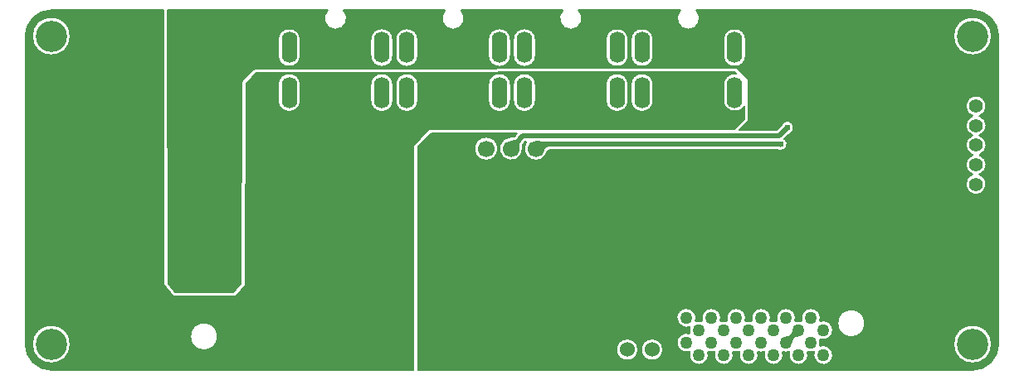
<source format=gbl>
G04 Layer: BottomLayer*
G04 EasyEDA Pro v2.2.23.6, 2024-08-03 20:46:29*
G04 Gerber Generator version 0.3*
G04 Scale: 100 percent, Rotated: No, Reflected: No*
G04 Dimensions in millimeters*
G04 Leading zeros omitted, absolute positions, 3 integers and 5 decimals*
%FSLAX35Y35*%
%MOMM*%
%ADD8191C,0.2032*%
%ADD10O,1.6X3.19999*%
%ADD11O,2.99999X1.6*%
%ADD12C,2.49999*%
%ADD13C,3.2004*%
%ADD14C,1.27*%
%ADD15C,1.5247*%
%ADD16C,1.524*%
%ADD17C,5.79999*%
%ADD18R,1.7X1.7*%
%ADD19C,1.7*%
%ADD20C,1.4*%
%ADD21R,1.4X1.524*%
%ADD22C,0.61*%
%ADD23C,0.7*%
%ADD24C,0.5*%
%ADD25C,0.50002*%
G75*


G04 Copper Start*
G36*
G01X7156677Y2792495D02*
G03X7370825Y2731313I115814J0D01*
G01X7370825Y2604203D01*
G01X7266777Y2500155D01*
G01X4161981Y2500155D01*
G03X4154797Y2497179I0J-10160D01*
G01X3998808Y2341190D01*
G03X3995832Y2334006I7184J-7184D01*
G01X3995832Y35814D01*
G01X300000Y35814D01*
G02X35814Y300000I0J264186D01*
G01X35814Y3450000D01*
G02X300000Y3714186I264186J0D01*
G01X1441212Y3714186D01*
G01X1447643Y903088D01*
G03X1450187Y896387I10160J23D01*
G01X1542338Y792035D01*
G03X1549952Y788600I7616J6725D01*
G01X2170986Y788524D01*
G03X2178172Y791500I1J10160D01*
G01X2278146Y891475D01*
G03X2281122Y898625I-7184J7184D01*
G01X2287992Y2967622D01*
G01X2392815Y3072445D01*
G01X7276828Y3079783D01*
G01X7289568Y3067042D01*
G03X7156677Y2952494I-17077J-114548D01*
G01X7156677Y2792495D01*
G37*
%LPC*%
G36*
G01X104166Y3450000D02*
G03X495834Y3450000I195834J0D01*
G03X104166Y3450000I-195834J0D01*
G37*
G36*
G01X104166Y300000D02*
G03X495834Y300000I195834J0D01*
G03X104166Y300000I-195834J0D01*
G37*
G36*
G01X1998815Y378500D02*
G03X1717185Y378500I-140815J0D01*
G03X1998815Y378500I140815J0D01*
G37*
G36*
G01X2843323Y2792495D02*
G01X2843323Y2952494D01*
G03X2611695Y2952494I-115814J0D01*
G01X2611695Y2792495D01*
G03X2843323Y2792495I115814J0D01*
G37*
G36*
G01X3788305Y2792495D02*
G01X3788305Y2952494D01*
G03X3556677Y2952494I-115814J0D01*
G01X3556677Y2792495D01*
G03X3788305Y2792495I115814J0D01*
G37*
G36*
G01X4043323Y2792495D02*
G01X4043323Y2952494D01*
G03X3811695Y2952494I-115814J0D01*
G01X3811695Y2792495D01*
G03X4043323Y2792495I115814J0D01*
G37*
G36*
G01X4988305Y2792495D02*
G01X4988305Y2952494D01*
G03X4756677Y2952494I-115814J0D01*
G01X4756677Y2792495D01*
G03X4988305Y2792495I115814J0D01*
G37*
G36*
G01X5243323Y2792495D02*
G01X5243323Y2952494D01*
G03X5011695Y2952494I-115814J0D01*
G01X5011695Y2792495D01*
G03X5243323Y2792495I115814J0D01*
G37*
G36*
G01X6188305Y2792495D02*
G01X6188305Y2952494D01*
G03X5956677Y2952494I-115814J0D01*
G01X5956677Y2792495D01*
G03X6188305Y2792495I115814J0D01*
G37*
G36*
G01X6443323Y2792495D02*
G01X6443323Y2952494D01*
G03X6211695Y2952494I-115814J0D01*
G01X6211695Y2792495D01*
G03X6443323Y2792495I115814J0D01*
G37*
%LPD*%
G36*
G01X9700000Y35814D02*
G01X4041806Y35814D01*
G01X4041806Y2319171D01*
G01X4176816Y2454181D01*
G01X5053172Y2454181D01*
G01X5024205Y2425214D01*
G01X5021997Y2423175D01*
G01X5020742Y2422203D01*
G01X5019871Y2421652D01*
G01X5019234Y2421332D01*
G01X5018381Y2421027D01*
G01X5014434Y2420394D01*
G01X5008811Y2420090D01*
G01X5000745Y2419995D01*
G01X5000293Y2419987D01*
G01X4990737Y2419754D01*
G01X4988762Y2419651D01*
G01X4985301Y2419375D01*
G03X4910406Y2208787I5799J-120675D01*
G03X5111697Y2305938I80694J89913D01*
G01X5111188Y2320349D01*
G01X5110983Y2328362D01*
G01X5111199Y2334138D01*
G01X5111876Y2338665D01*
G01X5112042Y2339284D01*
G01X5112381Y2340210D01*
G01X5112765Y2341013D01*
G01X5113281Y2341861D01*
G01X5114061Y2342898D01*
G01X5115796Y2344798D01*
G01X5140180Y2369181D01*
G01X5146976Y2369181D01*
G03X5195135Y2188703I98124J-70481D01*
G03X5362736Y2271174I49965J109997D01*
G01X5363177Y2272705D01*
G01X5363375Y2273174D01*
G01X5363725Y2273798D01*
G01X5364293Y2274599D01*
G01X5365128Y2275557D01*
G01X5366254Y2276632D01*
G01X5367677Y2277774D01*
G01X5368842Y2278566D01*
G01X5373543Y2281041D01*
G01X5378221Y2282725D01*
G01X5383037Y2283757D01*
G01X5388854Y2284181D01*
G01X7707755Y2284181D01*
G01X7712729Y2284006D01*
G01X7716715Y2283616D01*
G01X7722376Y2282654D01*
G03X7804267Y2315278I22608J62341D01*
G03X7781406Y2400412I-59283J29717D01*
G01X7826661Y2445668D01*
G01X7830302Y2449062D01*
G01X7833396Y2451604D01*
G01X7838080Y2454927D01*
G03X7856876Y2561886I-28095J60068D01*
G03X7749916Y2543090I-46891J-46891D01*
G01X7746593Y2538407D01*
G01X7744051Y2535313D01*
G01X7740657Y2531672D01*
G01X7699795Y2490809D01*
G01X7322448Y2490809D01*
G01X7406310Y2574671D01*
G03X7416799Y2599995I-25324J25324D01*
G01X7416799Y2989994D01*
G03X7406310Y3015318I-35814J0D01*
G01X7306354Y3115273D01*
G03X7280976Y3125763I-25324J-25324D01*
G01X2388547Y3118413D01*
G03X2363276Y3107923I54J-35814D01*
G01X2252521Y2997168D01*
G03X2242032Y2971963I25324J-25324D01*
G01X2235197Y913543D01*
G01X2156155Y834500D01*
G01X1566108Y834572D01*
G01X1493586Y916697D01*
G01X1487186Y3714186D01*
G01X3117913Y3714186D01*
G03X3200000Y3516674I82087J-81698D01*
G03X3282087Y3714186I0J115814D01*
G01X4317913Y3714186D01*
G03X4400000Y3516674I82087J-81698D01*
G03X4482087Y3714186I0J115814D01*
G01X5517913Y3714186D01*
G03X5600000Y3516674I82087J-81698D01*
G03X5682087Y3714186I0J115814D01*
G01X6717913Y3714186D01*
G03X6800000Y3516674I82087J-81698D01*
G03X6882087Y3714186I0J115814D01*
G01X9700000Y3714186D01*
G02X9964186Y3450000I0J-264186D01*
G01X9964186Y300000D01*
G02X9700000Y35814I-264186J0D01*
G37*
%LPC*%
G36*
G01X2843323Y3252514D02*
G01X2843323Y3412514D01*
G03X2611695Y3412514I-115814J0D01*
G01X2611695Y3252514D01*
G03X2843323Y3252514I115814J0D01*
G37*
G36*
G01X3788305Y3252514D02*
G01X3788305Y3412514D01*
G03X3556677Y3412514I-115814J0D01*
G01X3556677Y3252514D01*
G03X3788305Y3252514I115814J0D01*
G37*
G36*
G01X4043323Y3252514D02*
G01X4043323Y3412514D01*
G03X3811695Y3412514I-115814J0D01*
G01X3811695Y3252514D01*
G03X4043323Y3252514I115814J0D01*
G37*
G36*
G01X4616286Y2298700D02*
G03X4857914Y2298700I120814J0D01*
G03X4616286Y2298700I-120814J0D01*
G37*
G36*
G01X4988305Y3252514D02*
G01X4988305Y3412514D01*
G03X4756677Y3412514I-115814J0D01*
G01X4756677Y3252514D01*
G03X4988305Y3252514I115814J0D01*
G37*
G36*
G01X5243323Y3252514D02*
G01X5243323Y3412514D01*
G03X5011695Y3412514I-115814J0D01*
G01X5011695Y3252514D01*
G03X5243323Y3252514I115814J0D01*
G37*
G36*
G01X6188305Y3252514D02*
G01X6188305Y3412514D01*
G03X5956677Y3412514I-115814J0D01*
G01X5956677Y3252514D01*
G03X6188305Y3252514I115814J0D01*
G37*
G36*
G01X6063986Y243499D02*
G03X6288014Y243499I112014J0D01*
G03X6063986Y243499I-112014J0D01*
G37*
G36*
G01X6443323Y3252514D02*
G01X6443323Y3412514D01*
G03X6211695Y3412514I-115814J0D01*
G01X6211695Y3252514D01*
G03X6443323Y3252514I115814J0D01*
G37*
G36*
G01X6317986Y243499D02*
G03X6542014Y243499I112014J0D01*
G03X6317986Y243499I-112014J0D01*
G37*
G36*
G01X7288012Y668314D02*
G03X7194522Y535490I0J-99314D01*
G03X7127502Y535490I-33510J-93490D01*
G03X7034012Y668314I-93490J33510D01*
G03X6940522Y535490I0J-99314D01*
G03X6873502Y535490I-33510J-93490D01*
G03X6709786Y639225I-93490J33510D01*
G03X6813522Y475510I70226J-70226D01*
G03X6813522Y408490I93490J-33510D01*
G03X6680698Y315000I-33510J-93490D01*
G03X6813522Y221510I99314J0D01*
G03X6907012Y88686I93490J-33510D01*
G03X7000502Y221510I0J99314D01*
G03X7067522Y221510I33510J93490D01*
G03X7161012Y88686I93490J-33510D01*
G03X7254502Y221510I0J99314D01*
G03X7321522Y221510I33510J93490D01*
G03X7415012Y88686I93490J-33510D01*
G03X7508502Y221510I0J99314D01*
G03X7541997Y215686I33510J93490D01*
G03X7575493Y221500I15J99314D01*
G03X7668992Y88686I93493J-33500D01*
G03X7762476Y221510I-6J99314D01*
G03X7795987Y215686I33510J93490D01*
G03X7829497Y221510I0J99314D01*
G03X7922987Y88686I93490J-33510D01*
G03X8016476Y221510I0J99314D01*
G03X8083497Y221510I33510J93490D01*
G03X8247212Y117774I93490J-33510D01*
G03X8143476Y281490I-70226J70226D01*
G03X8143476Y348510I-93490J33510D01*
G03X8276301Y442000I33510J93490D01*
G03X8143476Y535490I-99314J0D01*
G03X8049987Y668314I-93490J33510D01*
G03X7956497Y535490I0J-99314D01*
G03X7889476Y535490I-33510J-93490D01*
G03X7795987Y668314I-93490J33510D01*
G03X7702497Y535490I0J-99314D01*
G03X7635506Y535500I-33510J-93490D01*
G03X7542007Y668314I-93493J33500D01*
G03X7448522Y535490I6J-99314D01*
G03X7381502Y535490I-33510J-93490D01*
G03X7288012Y668314I-93490J33510D01*
G37*
G36*
G01X7388305Y3252514D02*
G01X7388305Y3412514D01*
G03X7156677Y3412514I-115814J0D01*
G01X7156677Y3252514D01*
G03X7388305Y3252514I115814J0D01*
G37*
G36*
G01X8602815Y513501D02*
G03X8321185Y513501I-140815J0D01*
G03X8602815Y513501I140815J0D01*
G37*
G36*
G01X9504166Y300000D02*
G03X9895834Y300000I195834J0D01*
G03X9504166Y300000I-195834J0D01*
G37*
G36*
G01X9504166Y3450000D02*
G03X9895834Y3450000I195834J0D01*
G03X9504166Y3450000I-195834J0D01*
G37*
G36*
G01X9700390Y2434995D02*
G03X9700390Y2234996I34592J-100000D01*
G03X9700390Y2034996I34592J-100000D01*
G03X9734982Y1829182I34592J-100000D01*
G03X9769574Y2034996I0J105814D01*
G03X9769574Y2234996I-34592J100000D01*
G03X9769574Y2434995I-34592J100000D01*
G03X9769574Y2634995I-34592J100000D01*
G03X9734982Y2840808I-34592J100000D01*
G03X9700390Y2634995I0J-105814D01*
G03X9700390Y2434995I34592J-100000D01*
G37*
%LPD*%
G54D8191*
G01X7156677Y2792495D02*
G03X7370825Y2731313I115814J0D01*
G01X7370825Y2604203D01*
G01X7266777Y2500155D01*
G01X4161981Y2500155D01*
G03X4154797Y2497179I0J-10160D01*
G01X3998808Y2341190D01*
G03X3995832Y2334006I7184J-7184D01*
G01X3995832Y35814D01*
G01X300000Y35814D01*
G02X35814Y300000I0J264186D01*
G01X35814Y3450000D01*
G02X300000Y3714186I264186J0D01*
G01X1441212Y3714186D01*
G01X1447643Y903088D01*
G03X1450187Y896387I10160J23D01*
G01X1542338Y792035D01*
G03X1549952Y788600I7616J6725D01*
G01X2170986Y788524D01*
G03X2178172Y791500I1J10160D01*
G01X2278146Y891475D01*
G03X2281122Y898625I-7184J7184D01*
G01X2287992Y2967622D01*
G01X2392815Y3072445D01*
G01X7276828Y3079783D01*
G01X7289568Y3067042D01*
G03X7156677Y2952494I-17077J-114548D01*
G01X7156677Y2792495D01*
G01X104166Y3450000D02*
G03X495834Y3450000I195834J0D01*
G03X104166Y3450000I-195834J0D01*
G01X104166Y300000D02*
G03X495834Y300000I195834J0D01*
G03X104166Y300000I-195834J0D01*
G01X1998815Y378500D02*
G03X1717185Y378500I-140815J0D01*
G03X1998815Y378500I140815J0D01*
G01X2843323Y2792495D02*
G01X2843323Y2952494D01*
G03X2611695Y2952494I-115814J0D01*
G01X2611695Y2792495D01*
G03X2843323Y2792495I115814J0D01*
G01X3788305Y2792495D02*
G01X3788305Y2952494D01*
G03X3556677Y2952494I-115814J0D01*
G01X3556677Y2792495D01*
G03X3788305Y2792495I115814J0D01*
G01X4043323Y2792495D02*
G01X4043323Y2952494D01*
G03X3811695Y2952494I-115814J0D01*
G01X3811695Y2792495D01*
G03X4043323Y2792495I115814J0D01*
G01X4988305Y2792495D02*
G01X4988305Y2952494D01*
G03X4756677Y2952494I-115814J0D01*
G01X4756677Y2792495D01*
G03X4988305Y2792495I115814J0D01*
G01X5243323Y2792495D02*
G01X5243323Y2952494D01*
G03X5011695Y2952494I-115814J0D01*
G01X5011695Y2792495D01*
G03X5243323Y2792495I115814J0D01*
G01X6188305Y2792495D02*
G01X6188305Y2952494D01*
G03X5956677Y2952494I-115814J0D01*
G01X5956677Y2792495D01*
G03X6188305Y2792495I115814J0D01*
G01X6443323Y2792495D02*
G01X6443323Y2952494D01*
G03X6211695Y2952494I-115814J0D01*
G01X6211695Y2792495D01*
G03X6443323Y2792495I115814J0D01*
G01X9700000Y35814D02*
G01X4041806Y35814D01*
G01X4041806Y2319171D01*
G01X4176816Y2454181D01*
G01X5053172Y2454181D01*
G01X5024205Y2425214D01*
G01X5021997Y2423175D01*
G01X5020742Y2422203D01*
G01X5019871Y2421652D01*
G01X5019234Y2421332D01*
G01X5018381Y2421027D01*
G01X5014434Y2420394D01*
G01X5008811Y2420090D01*
G01X5000745Y2419995D01*
G01X5000293Y2419987D01*
G01X4990737Y2419754D01*
G01X4988762Y2419651D01*
G01X4985301Y2419375D01*
G03X4910406Y2208787I5799J-120675D01*
G03X5111697Y2305938I80694J89913D01*
G01X5111188Y2320349D01*
G01X5110983Y2328362D01*
G01X5111199Y2334138D01*
G01X5111876Y2338665D01*
G01X5112042Y2339284D01*
G01X5112381Y2340210D01*
G01X5112765Y2341013D01*
G01X5113281Y2341861D01*
G01X5114061Y2342898D01*
G01X5115796Y2344798D01*
G01X5140180Y2369181D01*
G01X5146976Y2369181D01*
G03X5195135Y2188703I98124J-70481D01*
G03X5362736Y2271174I49965J109997D01*
G01X5363177Y2272705D01*
G01X5363375Y2273174D01*
G01X5363725Y2273798D01*
G01X5364293Y2274599D01*
G01X5365128Y2275557D01*
G01X5366254Y2276632D01*
G01X5367677Y2277774D01*
G01X5368842Y2278566D01*
G01X5373543Y2281041D01*
G01X5378221Y2282725D01*
G01X5383037Y2283757D01*
G01X5388854Y2284181D01*
G01X7707755Y2284181D01*
G01X7712729Y2284006D01*
G01X7716715Y2283616D01*
G01X7722376Y2282654D01*
G03X7804267Y2315278I22608J62341D01*
G03X7781406Y2400412I-59283J29717D01*
G01X7826661Y2445668D01*
G01X7830302Y2449062D01*
G01X7833396Y2451604D01*
G01X7838080Y2454927D01*
G03X7856876Y2561886I-28095J60068D01*
G03X7749916Y2543090I-46891J-46891D01*
G01X7746593Y2538407D01*
G01X7744051Y2535313D01*
G01X7740657Y2531672D01*
G01X7699795Y2490809D01*
G01X7322448Y2490809D01*
G01X7406310Y2574671D01*
G03X7416799Y2599995I-25324J25324D01*
G01X7416799Y2989994D01*
G03X7406310Y3015318I-35814J0D01*
G01X7306354Y3115273D01*
G03X7280976Y3125763I-25324J-25324D01*
G01X2388547Y3118413D01*
G03X2363276Y3107923I54J-35814D01*
G01X2252521Y2997168D01*
G03X2242032Y2971963I25324J-25324D01*
G01X2235197Y913543D01*
G01X2156155Y834500D01*
G01X1566108Y834572D01*
G01X1493586Y916697D01*
G01X1487186Y3714186D01*
G01X3117913Y3714186D01*
G03X3200000Y3516674I82087J-81698D01*
G03X3282087Y3714186I0J115814D01*
G01X4317913Y3714186D01*
G03X4400000Y3516674I82087J-81698D01*
G03X4482087Y3714186I0J115814D01*
G01X5517913Y3714186D01*
G03X5600000Y3516674I82087J-81698D01*
G03X5682087Y3714186I0J115814D01*
G01X6717913Y3714186D01*
G03X6800000Y3516674I82087J-81698D01*
G03X6882087Y3714186I0J115814D01*
G01X9700000Y3714186D01*
G02X9964186Y3450000I0J-264186D01*
G01X9964186Y300000D01*
G02X9700000Y35814I-264186J0D01*
G01X2843323Y3252514D02*
G01X2843323Y3412514D01*
G03X2611695Y3412514I-115814J0D01*
G01X2611695Y3252514D01*
G03X2843323Y3252514I115814J0D01*
G01X3788305Y3252514D02*
G01X3788305Y3412514D01*
G03X3556677Y3412514I-115814J0D01*
G01X3556677Y3252514D01*
G03X3788305Y3252514I115814J0D01*
G01X4043323Y3252514D02*
G01X4043323Y3412514D01*
G03X3811695Y3412514I-115814J0D01*
G01X3811695Y3252514D01*
G03X4043323Y3252514I115814J0D01*
G01X4616286Y2298700D02*
G03X4857914Y2298700I120814J0D01*
G03X4616286Y2298700I-120814J0D01*
G01X4988305Y3252514D02*
G01X4988305Y3412514D01*
G03X4756677Y3412514I-115814J0D01*
G01X4756677Y3252514D01*
G03X4988305Y3252514I115814J0D01*
G01X5243323Y3252514D02*
G01X5243323Y3412514D01*
G03X5011695Y3412514I-115814J0D01*
G01X5011695Y3252514D01*
G03X5243323Y3252514I115814J0D01*
G01X6188305Y3252514D02*
G01X6188305Y3412514D01*
G03X5956677Y3412514I-115814J0D01*
G01X5956677Y3252514D01*
G03X6188305Y3252514I115814J0D01*
G01X6063986Y243499D02*
G03X6288014Y243499I112014J0D01*
G03X6063986Y243499I-112014J0D01*
G01X6443323Y3252514D02*
G01X6443323Y3412514D01*
G03X6211695Y3412514I-115814J0D01*
G01X6211695Y3252514D01*
G03X6443323Y3252514I115814J0D01*
G01X6317986Y243499D02*
G03X6542014Y243499I112014J0D01*
G03X6317986Y243499I-112014J0D01*
G01X7288012Y668314D02*
G03X7194522Y535490I0J-99314D01*
G03X7127502Y535490I-33510J-93490D01*
G03X7034012Y668314I-93490J33510D01*
G03X6940522Y535490I0J-99314D01*
G03X6873502Y535490I-33510J-93490D01*
G03X6709786Y639225I-93490J33510D01*
G03X6813522Y475510I70226J-70226D01*
G03X6813522Y408490I93490J-33510D01*
G03X6680698Y315000I-33510J-93490D01*
G03X6813522Y221510I99314J0D01*
G03X6907012Y88686I93490J-33510D01*
G03X7000502Y221510I0J99314D01*
G03X7067522Y221510I33510J93490D01*
G03X7161012Y88686I93490J-33510D01*
G03X7254502Y221510I0J99314D01*
G03X7321522Y221510I33510J93490D01*
G03X7415012Y88686I93490J-33510D01*
G03X7508502Y221510I0J99314D01*
G03X7541997Y215686I33510J93490D01*
G03X7575493Y221500I15J99314D01*
G03X7668992Y88686I93493J-33500D01*
G03X7762476Y221510I-6J99314D01*
G03X7795987Y215686I33510J93490D01*
G03X7829497Y221510I0J99314D01*
G03X7922987Y88686I93490J-33510D01*
G03X8016476Y221510I0J99314D01*
G03X8083497Y221510I33510J93490D01*
G03X8247212Y117774I93490J-33510D01*
G03X8143476Y281490I-70226J70226D01*
G03X8143476Y348510I-93490J33510D01*
G03X8276301Y442000I33510J93490D01*
G03X8143476Y535490I-99314J0D01*
G03X8049987Y668314I-93490J33510D01*
G03X7956497Y535490I0J-99314D01*
G03X7889476Y535490I-33510J-93490D01*
G03X7795987Y668314I-93490J33510D01*
G03X7702497Y535490I0J-99314D01*
G03X7635506Y535500I-33510J-93490D01*
G03X7542007Y668314I-93493J33500D01*
G03X7448522Y535490I6J-99314D01*
G03X7381502Y535490I-33510J-93490D01*
G03X7288012Y668314I-93490J33510D01*
G01X7388305Y3252514D02*
G01X7388305Y3412514D01*
G03X7156677Y3412514I-115814J0D01*
G01X7156677Y3252514D01*
G03X7388305Y3252514I115814J0D01*
G01X8602815Y513501D02*
G03X8321185Y513501I-140815J0D01*
G03X8602815Y513501I140815J0D01*
G01X9504166Y300000D02*
G03X9895834Y300000I195834J0D01*
G03X9504166Y300000I-195834J0D01*
G01X9504166Y3450000D02*
G03X9895834Y3450000I195834J0D01*
G03X9504166Y3450000I-195834J0D01*
G01X9700390Y2434995D02*
G03X9700390Y2234996I34592J-100000D01*
G03X9700390Y2034996I34592J-100000D01*
G03X9734982Y1829182I34592J-100000D01*
G03X9769574Y2034996I0J105814D01*
G03X9769574Y2234996I-34592J100000D01*
G03X9769574Y2434995I-34592J100000D01*
G03X9769574Y2634995I-34592J100000D01*
G03X9734982Y2840808I-34592J100000D01*
G03X9700390Y2634995I0J-105814D01*
G03X9700390Y2434995I34592J-100000D01*
G04 Copper End*

G04 TearDrop Start*
G36*
G01X7879299Y362957D02*
G01X7843944Y398312D01*
G01X7847978Y403056D01*
G01X7851253Y408335D01*
G01X7853851Y414048D01*
G01X7855856Y420093D01*
G01X7857349Y426366D01*
G01X7858413Y432766D01*
G01X7859585Y445533D01*
G01X7926520Y378598D01*
G01X7913753Y377426D01*
G01X7907353Y376362D01*
G01X7901080Y374869D01*
G01X7895035Y372865D01*
G01X7889322Y370266D01*
G01X7884042Y366991D01*
G01X7879299Y362957D01*
G37*
G36*
G01X7839674Y394043D02*
G01X7875029Y358687D01*
G01X7870995Y353944D01*
G01X7867721Y348665D01*
G01X7865122Y342951D01*
G01X7863117Y336907D01*
G01X7861624Y330633D01*
G01X7860560Y324234D01*
G01X7859388Y311467D01*
G01X7792454Y378402D01*
G01X7805221Y379573D01*
G01X7811620Y380638D01*
G01X7817893Y382131D01*
G01X7823938Y384135D01*
G01X7829651Y386734D01*
G01X7834931Y390009D01*
G01X7839674Y394043D01*
G37*
G36*
G01X5049026Y2399386D02*
G01X5089901Y2369551D01*
G01X5086469Y2365795D01*
G01X5083595Y2361975D01*
G01X5081233Y2358088D01*
G01X5079337Y2354128D01*
G01X5077860Y2350091D01*
G01X5076757Y2345971D01*
G01X5075485Y2337466D01*
G01X5075152Y2328575D01*
G01X5075390Y2319260D01*
G01X5076098Y2299208D01*
G01X4981151Y2383116D01*
G01X4991611Y2383950D01*
G01X5001168Y2384184D01*
G01X5009990Y2384288D01*
G01X5018247Y2384734D01*
G01X5026110Y2385995D01*
G01X5029947Y2387079D01*
G01X5033748Y2388543D01*
G01X5037535Y2390447D01*
G01X5041330Y2392850D01*
G01X5045153Y2395810D01*
G01X5049026Y2399386D01*
G37*
G36*
G01X5350895Y2369995D02*
G01X5387549Y2319995D01*
G01X5377957Y2319295D01*
G01X5368359Y2317239D01*
G01X5359064Y2313892D01*
G01X5350386Y2309323D01*
G01X5346374Y2306600D01*
G01X5342633Y2303596D01*
G01X5339202Y2300320D01*
G01X5336119Y2296779D01*
G01X5333423Y2292982D01*
G01X5331153Y2288938D01*
G01X5329349Y2284655D01*
G01X5328049Y2280140D01*
G01X5257530Y2382786D01*
G01X5272169Y2380400D01*
G01X5284220Y2378089D01*
G01X5304036Y2373992D01*
G01X5313542Y2372356D01*
G01X5323941Y2371095D01*
G01X5336101Y2370283D01*
G01X5350895Y2369995D01*
G37*
G36*
G01X7708384Y2319995D02*
G01X7708384Y2369995D01*
G01X7715107Y2370231D01*
G01X7721466Y2370855D01*
G01X7732594Y2372745D01*
G01X7740768Y2374636D01*
G01X7744985Y2375495D01*
G01X7744985Y2314495D01*
G01X7740768Y2315355D01*
G01X7732594Y2317245D01*
G01X7721466Y2319136D01*
G01X7715107Y2319759D01*
G01X7708384Y2319995D01*
G37*
G36*
G01X7801782Y2471437D02*
G01X7766427Y2506793D01*
G01X7771013Y2511713D01*
G01X7775069Y2516651D01*
G01X7781601Y2525856D01*
G01X7786043Y2532972D01*
G01X7788417Y2536562D01*
G01X7831551Y2493428D01*
G01X7827962Y2491054D01*
G01X7820845Y2486612D01*
G01X7811640Y2480080D01*
G01X7806702Y2476024D01*
G01X7801782Y2471437D01*
G37*
G04 TearDrop End*

G04 Pad Start*
G54D10*
G01X6327509Y2872495D03*
G01X6327509Y3332514D03*
G01X7272491Y2872495D03*
G01X7272491Y3332514D03*
G54D11*
G01X6800000Y3292484D03*
G54D12*
G01X6800000Y2667491D03*
G54D10*
G01X5127509Y2872495D03*
G01X5127509Y3332514D03*
G01X6072491Y2872495D03*
G01X6072491Y3332514D03*
G54D11*
G01X5600000Y3292484D03*
G54D12*
G01X5600000Y2667491D03*
G54D10*
G01X3927509Y2872495D03*
G01X3927509Y3332514D03*
G01X4872491Y2872495D03*
G01X4872491Y3332514D03*
G54D11*
G01X4400000Y3292484D03*
G54D12*
G01X4400000Y2667491D03*
G54D13*
G01X300000Y3450000D03*
G01X9700000Y3450000D03*
G01X300000Y300000D03*
G01X9700000Y300000D03*
G54D14*
G01X8176987Y188000D03*
G01X8176987Y442000D03*
G01X8049987Y315000D03*
G01X8049987Y569000D03*
G01X7922987Y188000D03*
G01X7922987Y442000D03*
G01X7795987Y315000D03*
G01X7795987Y569000D03*
G01X7668987Y188000D03*
G01X7668987Y442000D03*
G01X7542012Y315000D03*
G01X7542012Y569000D03*
G01X7415012Y188000D03*
G01X7415012Y442000D03*
G01X7288012Y315000D03*
G01X7288012Y569000D03*
G01X7161012Y188000D03*
G01X7161012Y442000D03*
G01X7034012Y315000D03*
G01X7034012Y569000D03*
G01X6907012Y188000D03*
G01X6907012Y442000D03*
G01X6780012Y315000D03*
G01X6780012Y569000D03*
G54D16*
G01X6430000Y243499D03*
G01X6430000Y513501D03*
G01X6176000Y243499D03*
G01X6176000Y513501D03*
G01X5922000Y243499D03*
G01X5922000Y513501D03*
G01X5414000Y243499D03*
G01X5414000Y513501D03*
G01X5668000Y513501D03*
G01X5668000Y243499D03*
G01X5160000Y243499D03*
G01X5160000Y513501D03*
G01X4398000Y243499D03*
G01X4398000Y513501D03*
G01X4652000Y513501D03*
G01X4652000Y243499D03*
G01X4906000Y243499D03*
G01X4906000Y513501D03*
G01X3636000Y243499D03*
G01X3636000Y513501D03*
G01X3890000Y513501D03*
G01X3890000Y243499D03*
G01X4144000Y243499D03*
G01X4144000Y513501D03*
G01X2874000Y243499D03*
G01X2874000Y513501D03*
G01X3128000Y513501D03*
G01X3128000Y243499D03*
G01X3382000Y243499D03*
G01X3382000Y513501D03*
G01X2112000Y243499D03*
G01X2112000Y513501D03*
G01X2366000Y513501D03*
G01X2366000Y243499D03*
G01X2620000Y243499D03*
G01X2620000Y513501D03*
G54D17*
G01X1834994Y3195000D03*
G01X1115006Y3195000D03*
G01X1834994Y2235000D03*
G01X1115006Y2235000D03*
G01X1834994Y1275000D03*
G01X1115006Y1275000D03*
G54D18*
G01X4483100Y2298700D03*
G54D19*
G01X4737100Y2298700D03*
G01X4991100Y2298700D03*
G01X5245100Y2298700D03*
G54D20*
G01X9734982Y1934996D03*
G01X9734982Y2134996D03*
G01X9734982Y2334995D03*
G01X9734982Y2534995D03*
G01X9734982Y2734995D03*
G54D21*
G01X9734982Y2934994D03*
G54D10*
G01X2727509Y2872495D03*
G01X2727509Y3332514D03*
G01X3672491Y2872495D03*
G01X3672491Y3332514D03*
G54D11*
G01X3200000Y3292484D03*
G54D12*
G01X3200000Y2667491D03*
G04 Pad End*

G04 Via Start*
G54D22*
G01X7744985Y2344995D03*
G01X7809984Y2514995D03*
G54D23*
G01X5034990Y1439997D03*
G01X4934990Y2104996D03*
G54D22*
G01X191000Y589932D03*
G01X191000Y789932D03*
G01X191000Y989932D03*
G01X191000Y1189932D03*
G01X191000Y1389932D03*
G01X191000Y1589933D03*
G01X191000Y1789933D03*
G01X191000Y1989933D03*
G01X191000Y2189933D03*
G01X191000Y2389933D03*
G01X191000Y2589933D03*
G01X191000Y2789933D03*
G01X191000Y2989933D03*
G01X191000Y3189933D03*
G01X391000Y589932D03*
G01X391000Y789932D03*
G01X391000Y989932D03*
G01X391000Y1189932D03*
G01X391000Y1389932D03*
G01X391000Y1589933D03*
G01X391000Y1789933D03*
G01X391000Y1989933D03*
G01X391000Y2189933D03*
G01X391000Y2389933D03*
G01X391000Y2589933D03*
G01X391000Y2789933D03*
G01X391000Y2989933D03*
G01X391000Y3189933D03*
G01X591000Y189932D03*
G01X591000Y389932D03*
G01X591000Y589932D03*
G01X591000Y789932D03*
G01X591000Y989932D03*
G01X591000Y1189932D03*
G01X591000Y1389932D03*
G01X591000Y1589933D03*
G01X591000Y1789933D03*
G01X591000Y1989933D03*
G01X591000Y2189933D03*
G01X591000Y2389933D03*
G01X591000Y2589933D03*
G01X591000Y2789933D03*
G01X591000Y2989933D03*
G01X591000Y3189933D03*
G01X591000Y3389934D03*
G01X591000Y3589934D03*
G01X791000Y189932D03*
G01X791000Y389932D03*
G01X791000Y589932D03*
G01X791000Y789932D03*
G01X791000Y989932D03*
G01X791000Y1189932D03*
G01X791000Y1389932D03*
G01X791000Y1589933D03*
G01X791000Y1789933D03*
G01X791000Y1989933D03*
G01X791000Y2189933D03*
G01X791000Y2389933D03*
G01X791000Y2589933D03*
G01X791000Y2789933D03*
G01X791000Y2989933D03*
G01X791000Y3189933D03*
G01X791000Y3389934D03*
G01X791000Y3589934D03*
G01X991001Y189932D03*
G01X991001Y389932D03*
G01X991001Y589932D03*
G01X991001Y789932D03*
G01X991001Y1589933D03*
G01X991001Y1789933D03*
G01X991001Y2589933D03*
G01X991001Y2789933D03*
G01X991001Y3589934D03*
G01X1191001Y189932D03*
G01X1191001Y389932D03*
G01X1191001Y589932D03*
G01X1191001Y789932D03*
G01X1191001Y1589933D03*
G01X1191001Y1789933D03*
G01X1191001Y2589933D03*
G01X1191001Y2789933D03*
G01X1191001Y3589934D03*
G01X1391001Y189932D03*
G01X1391001Y389932D03*
G01X1391001Y589932D03*
G01X1391001Y789932D03*
G01X1391001Y989932D03*
G01X1391001Y1589933D03*
G01X1391001Y1789933D03*
G01X1391001Y1989933D03*
G01X1391001Y2589933D03*
G01X1391001Y2789933D03*
G01X1391001Y2989933D03*
G01X1391001Y3389934D03*
G01X1391001Y3589934D03*
G01X1591001Y189932D03*
G01X1591001Y389932D03*
G01X1591001Y589932D03*
G01X1791001Y189932D03*
G01X1791001Y589932D03*
G01X1991001Y189932D03*
G01X1991001Y589932D03*
G01X2191001Y389932D03*
G01X2391001Y389932D03*
G01X2391001Y789932D03*
G01X2391001Y989932D03*
G01X2391001Y1189932D03*
G01X2391001Y1389932D03*
G01X2391001Y1589933D03*
G01X2391001Y1789933D03*
G01X2391001Y1989933D03*
G01X2391001Y2189933D03*
G01X2391001Y2389933D03*
G01X2391001Y2589933D03*
G01X2391001Y2789933D03*
G01X2391001Y2989933D03*
G01X2591001Y389932D03*
G01X2591001Y789932D03*
G01X2591001Y989932D03*
G01X2591001Y1189932D03*
G01X2591001Y1389932D03*
G01X2591001Y1589933D03*
G01X2591001Y1789933D03*
G01X2591001Y1989933D03*
G01X2591001Y2189933D03*
G01X2591001Y2389933D03*
G01X2591001Y2589933D03*
G01X2791002Y389932D03*
G01X2791002Y789932D03*
G01X2791002Y989932D03*
G01X2791002Y1189932D03*
G01X2791002Y1389932D03*
G01X2791002Y1589933D03*
G01X2791002Y1789933D03*
G01X2791002Y1989933D03*
G01X2791002Y2189933D03*
G01X2791002Y2389933D03*
G01X2791002Y2589933D03*
G01X2991002Y189932D03*
G01X2991002Y389932D03*
G01X2991002Y589932D03*
G01X2991002Y789932D03*
G01X2991002Y989932D03*
G01X2991002Y1189932D03*
G01X2991002Y1389932D03*
G01X2991002Y1589933D03*
G01X2991002Y1789933D03*
G01X2991002Y1989933D03*
G01X2991002Y2189933D03*
G01X2991002Y2389933D03*
G01X2991002Y2589933D03*
G01X2991002Y2789933D03*
G01X2991002Y2989933D03*
G01X3191002Y389932D03*
G01X3191002Y789932D03*
G01X3191002Y989932D03*
G01X3191002Y1189932D03*
G01X3191002Y1389932D03*
G01X3191002Y1589933D03*
G01X3191002Y1789933D03*
G01X3191002Y1989933D03*
G01X3191002Y2189933D03*
G01X3191002Y2389933D03*
G01X3191002Y2989933D03*
G01X3391002Y389932D03*
G01X3391002Y789932D03*
G01X3391002Y989932D03*
G01X3391002Y1189932D03*
G01X3391002Y1389932D03*
G01X3391002Y1589933D03*
G01X3391002Y1789933D03*
G01X3391002Y1989933D03*
G01X3391002Y2189933D03*
G01X3391002Y2389933D03*
G01X3391002Y2589933D03*
G01X3391002Y2789933D03*
G01X3391002Y2989933D03*
G01X3591002Y389932D03*
G01X3591002Y789932D03*
G01X3591002Y989932D03*
G01X3591002Y1189932D03*
G01X3591002Y1389932D03*
G01X3591002Y1589933D03*
G01X3591002Y1789933D03*
G01X3591002Y1989933D03*
G01X3591002Y2189933D03*
G01X3591002Y2389933D03*
G01X3591002Y2589933D03*
G01X3791002Y389932D03*
G01X3791002Y789932D03*
G01X3791002Y989932D03*
G01X3791002Y1189932D03*
G01X3791002Y1389932D03*
G01X3791002Y1589933D03*
G01X3791002Y1789933D03*
G01X3791002Y1989933D03*
G01X3791002Y2189933D03*
G01X3791002Y2389933D03*
G01X3791002Y2589933D03*
G01X3991002Y2389933D03*
G01X3991002Y2589933D03*
G01X4191002Y2589933D03*
G01X4191002Y2789933D03*
G01X4191002Y2989933D03*
G01X4391002Y2989933D03*
G01X4591003Y2589933D03*
G01X4591003Y2789933D03*
G01X4591003Y2989933D03*
G01X4791003Y2589933D03*
G01X4991003Y2589933D03*
G01X5191003Y2589933D03*
G01X5391003Y2589933D03*
G01X5391003Y2789933D03*
G01X5391003Y2989933D03*
G01X5591003Y2989933D03*
G01X5791003Y2589933D03*
G01X5791003Y2789933D03*
G01X5791003Y2989933D03*
G01X5991003Y2589933D03*
G01X6191003Y2589933D03*
G01X6391003Y2589933D03*
G01X6591004Y2589933D03*
G01X6591004Y2789933D03*
G01X6591004Y2989933D03*
G01X6791004Y2989933D03*
G01X6991004Y2589933D03*
G01X6991004Y2789933D03*
G01X6991004Y2989933D03*
G01X7191004Y2589933D03*
G01X1590001Y990001D03*
G01X1590001Y1590001D03*
G01X1590001Y1790001D03*
G01X1590001Y1990001D03*
G01X1590001Y2590001D03*
G01X1590001Y2790002D03*
G01X1590001Y3590002D03*
G01X1790001Y1790001D03*
G01X1790001Y2590001D03*
G01X1790001Y2790002D03*
G01X1790001Y3590002D03*
G01X1990001Y990001D03*
G01X1990001Y1590001D03*
G01X1990001Y1790001D03*
G01X1990001Y2590001D03*
G01X1990001Y2790002D03*
G01X1990001Y3590002D03*
G01X2190001Y990001D03*
G01X2190001Y1190001D03*
G01X2190001Y1390001D03*
G01X2190001Y1590001D03*
G01X2190001Y1790001D03*
G01X2190001Y1990001D03*
G01X2190001Y2190001D03*
G01X2190001Y2390001D03*
G01X2190001Y2590001D03*
G01X2190001Y2790002D03*
G01X2190001Y2990002D03*
G01X2190001Y3190002D03*
G01X2190001Y3390002D03*
G01X2190001Y3590002D03*
G01X2390001Y3190002D03*
G01X2390001Y3390002D03*
G01X2390001Y3590002D03*
G01X2590001Y3190002D03*
G01X2590001Y3590002D03*
G01X2790002Y3590002D03*
G01X2990002Y3190002D03*
G01X2990002Y3390002D03*
G01X2990002Y3590002D03*
G01X3390002Y3190002D03*
G01X3390002Y3390002D03*
G01X3390002Y3590002D03*
G01X3590002Y3590002D03*
G01X3790002Y3590002D03*
G01X3990002Y3590002D03*
G01X4190002Y390000D03*
G01X4190002Y790000D03*
G01X4190002Y990001D03*
G01X4190002Y1590001D03*
G01X4190002Y1790001D03*
G01X4190002Y1990001D03*
G01X4190002Y2190001D03*
G01X4190002Y2390001D03*
G01X4190002Y3190002D03*
G01X4190002Y3390002D03*
G01X4190002Y3590002D03*
G01X4390002Y390000D03*
G01X4390002Y790000D03*
G01X4390002Y1990001D03*
G01X4590003Y390000D03*
G01X4590003Y790000D03*
G01X4590003Y1990001D03*
G01X4590003Y2190001D03*
G01X4590003Y3190002D03*
G01X4590003Y3390002D03*
G01X4590003Y3590002D03*
G01X4790003Y390000D03*
G01X4790003Y3590002D03*
G01X4990003Y390000D03*
G01X4990003Y3590002D03*
G01X5190003Y390000D03*
G01X5190003Y3590002D03*
G01X5390003Y390000D03*
G01X5390003Y3190002D03*
G01X5390003Y3390002D03*
G01X5390003Y3590002D03*
G01X5590003Y390000D03*
G01X5790003Y390000D03*
G01X6190002Y1990000D03*
G01X5790003Y3190002D03*
G01X5790003Y3390002D03*
G01X5790003Y3590002D03*
G01X5990003Y390000D03*
G01X5990003Y1990000D03*
G01X5990003Y3590002D03*
G01X6190003Y390000D03*
G01X6819986Y1590001D03*
G01X6190003Y3590002D03*
G01X6390003Y390000D03*
G01X6390003Y3590002D03*
G01X6590004Y190000D03*
G01X6589987Y1990000D03*
G01X6590004Y3190002D03*
G01X6590004Y3390002D03*
G01X6590004Y3590002D03*
G01X6990004Y3190002D03*
G01X6990004Y3390002D03*
G01X6990004Y3590002D03*
G01X7230000Y1590000D03*
G01X7190004Y3590002D03*
G01X7390004Y3590002D03*
G01X7590004Y2990002D03*
G01X7590004Y3190002D03*
G01X7590004Y3390002D03*
G01X7590004Y3590002D03*
G01X7790004Y2990002D03*
G01X7790004Y3190002D03*
G01X7790004Y3390002D03*
G01X7790004Y3590002D03*
G01X7990004Y1190001D03*
G01X7990004Y1390001D03*
G01X7990004Y1590001D03*
G01X7990004Y1790001D03*
G01X7990004Y1990001D03*
G01X7990004Y2190001D03*
G01X7990004Y2390001D03*
G01X7990004Y3190002D03*
G01X7990004Y3390002D03*
G01X7990004Y3590002D03*
G01X8190004Y1190001D03*
G01X8190004Y1390001D03*
G01X8190004Y1590001D03*
G01X8190004Y2390001D03*
G01X8190004Y2790002D03*
G01X8190004Y3190002D03*
G01X8190004Y3390002D03*
G01X8190004Y3590002D03*
G01X8390005Y1190001D03*
G01X8390005Y1390001D03*
G01X8390005Y1590001D03*
G01X8390005Y2390001D03*
G01X8390005Y2790002D03*
G01X8390005Y3190002D03*
G01X8390005Y3390002D03*
G01X8390005Y3590002D03*
G01X8590005Y1190001D03*
G01X8590005Y1390001D03*
G01X8590005Y1590001D03*
G01X8590005Y1790001D03*
G01X8590005Y1990001D03*
G01X8590005Y2190001D03*
G01X8590005Y2390001D03*
G01X8590005Y2790002D03*
G01X8590005Y3190002D03*
G01X8590005Y3390002D03*
G01X8590005Y3590002D03*
G01X8790005Y1190001D03*
G01X8790005Y1390001D03*
G01X8790005Y1590001D03*
G01X8790005Y1790001D03*
G01X8790005Y1990001D03*
G01X8790005Y2190001D03*
G01X8790005Y2390001D03*
G01X8790005Y2790002D03*
G01X8790005Y3190002D03*
G01X8790005Y3390002D03*
G01X8790005Y3590002D03*
G01X8990005Y1190001D03*
G01X8990005Y1390001D03*
G01X8990005Y1590001D03*
G01X8990005Y1790001D03*
G01X8990005Y1990001D03*
G01X8990005Y2190001D03*
G01X8990005Y2390001D03*
G01X8990005Y2790002D03*
G01X8990005Y3190002D03*
G01X8990005Y3390002D03*
G01X8990005Y3590002D03*
G01X9190005Y2790002D03*
G01X9190005Y3190002D03*
G01X9190005Y3390002D03*
G01X9190005Y3590002D03*
G01X9390005Y3190002D03*
G01X9390005Y3390002D03*
G01X9390005Y3590002D03*
G01X9590005Y2990002D03*
G01X9590005Y3190002D03*
G01X9790005Y3190002D03*
G54D24*
G01X5264989Y824998D03*
G01X5484989Y826708D03*
G01X5715592Y826708D03*
G54D22*
G01X6194988Y2180001D03*
G01X6594987Y2180000D03*
G01X6390002Y1990000D03*
G01X5990003Y1589997D03*
G01X6194988Y1589997D03*
G01X6819986Y1384997D03*
G01X6589987Y1589997D03*
G01X5990003Y1384997D03*
G01X6194988Y1384997D03*
G54D23*
G01X5264989Y2104996D03*
G54D22*
G01X5984996Y1794996D03*
G01X6184995Y1794996D03*
G01X6384995Y1794996D03*
G01X6584979Y1794996D03*
G01X6819993Y1994996D03*
G01X7034994Y1994996D03*
G01X7229978Y1994996D03*
G01X6817486Y1794996D03*
G01X7032486Y1794996D03*
G54D25*
G01X8295488Y2067088D03*
G01X8295488Y1927088D03*
G01X8225488Y2137087D03*
G01X8155488Y2067088D03*
G01X8155488Y1927088D03*
G01X8435487Y1927088D03*
G01X8435487Y2067088D03*
G01X8365487Y2137087D03*
G01X8365487Y1997088D03*
G01X8225488Y1997088D03*
G01X8225488Y1857088D03*
G01X8365487Y1857088D03*
G04 Via End*

G04 Track Start*
G54D24*
G01X4991100Y2306105D02*
G01X4991100Y2298700D01*
G01X7809984Y2514995D02*
G01X7724985Y2429995D01*
G01X5114990Y2429995D01*
G01X4991100Y2306105D01*
G01X5291395Y2344995D02*
G01X5245100Y2298700D01*
G01X7744985Y2344995D02*
G01X5291395Y2344995D01*
G01X7795987Y315000D02*
G01X7922987Y442000D01*
G04 Track End*

M02*


</source>
